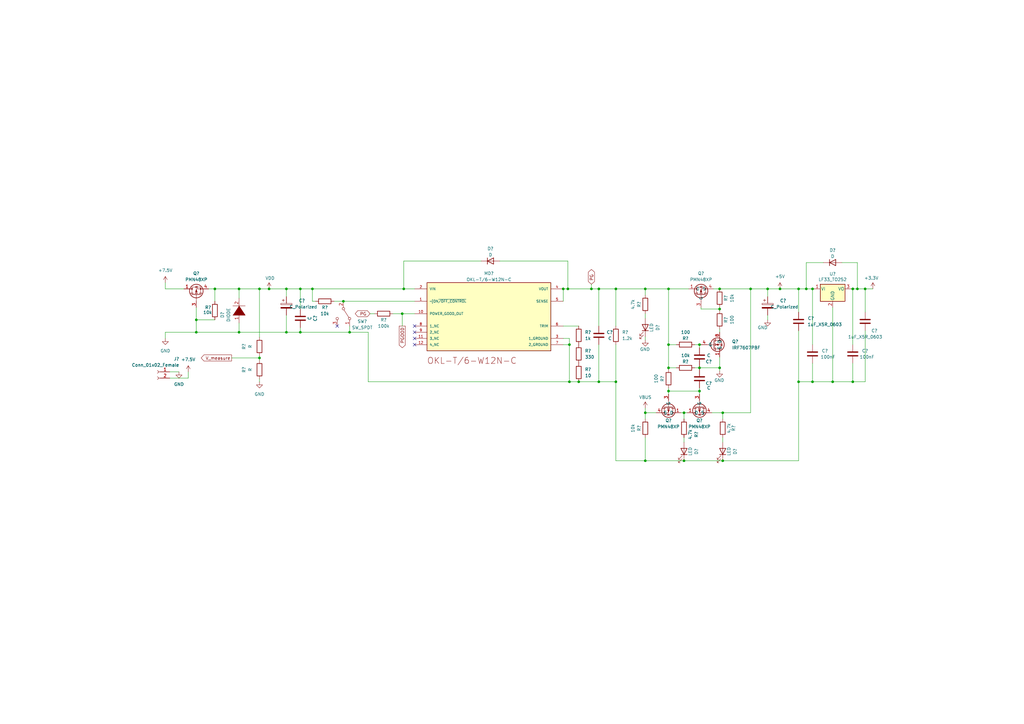
<source format=kicad_sch>
(kicad_sch (version 20211123) (generator eeschema)
  (paper "A3")
  (lib_symbols
    (symbol "+5V_1" (power) (pin_names (offset 0))
      (property "Value" "+5V_1" (at 0 3.556 0))
      (symbol "+5V_1_0_1"
        (polyline (pts (xy -0.762 1.27) (xy 0 2.54)))
        (polyline (pts (xy 0 0) (xy 0 2.54)))
        (polyline (pts (xy 0 2.54) (xy 0.762 1.27)))
      )
      (symbol "+5V_1_1_1"
        (pin power_in line (at 0 0 90) (length 0) hide (name "+5V") (number "1"))
      )
    )
    (symbol "+7.5V_1" (power) (pin_names (offset 0))
      (property "Value" "+7.5V_1" (at 0 3.556 0))
      (symbol "+7.5V_1_0_1"
        (polyline (pts (xy -0.762 1.27) (xy 0 2.54)))
        (polyline (pts (xy 0 0) (xy 0 2.54)))
        (polyline (pts (xy 0 2.54) (xy 0.762 1.27)))
      )
      (symbol "+7.5V_1_1_1"
        (pin power_in line (at 0 0 90) (length 0) hide (name "+7.5V") (number "1"))
      )
    )
    (symbol "Connector:Conn_01x02_Female" (pin_names (offset 1.016) hide)
      (property "Reference" "J" (at 0 2.54 0))
      (property "Value" "Conn_01x02_Female" (at 0 -5.08 0))
      (symbol "Conn_01x02_Female_1_1"
        (arc (start 0 -2.032) (mid -0.508 -2.54) (end 0 -3.048) (stroke (width 0.1524)))
        (polyline (pts (xy -1.27 -2.54) (xy -0.508 -2.54)) (stroke (width 0.1524)))
        (polyline (pts (xy -1.27 0) (xy -0.508 0)) (stroke (width 0.1524)))
        (arc (start 0 0.508) (mid -0.508 0) (end 0 -0.508) (stroke (width 0.1524)))
        (pin passive line (at -5.08 0 0) (length 3.81) (name "Pin_1") (number "1"))
        (pin passive line (at -5.08 -2.54 0) (length 3.81) (name "Pin_2") (number "2"))
      )
    )
    (symbol "D_1" (pin_numbers hide) (pin_names (offset 1.016) hide)
      (property "Reference" "D" (at 0 2.54 0))
      (property "Value" "D_1" (at 0 -2.54 0))
      (symbol "D_1_0_1"
        (polyline (pts (xy -1.27 1.27) (xy -1.27 -1.27)) (stroke (width 0.254)))
        (polyline (pts (xy 1.27 0) (xy -1.27 0)))
        (polyline (pts (xy 1.27 1.27) (xy 1.27 -1.27) (xy -1.27 0) (xy 1.27 1.27)) (stroke (width 0.254)))
      )
      (symbol "D_1_1_1"
        (pin passive line (at -3.81 0 0) (length 2.54) (name "K") (number "1"))
        (pin passive line (at 3.81 0 180) (length 2.54) (name "A") (number "2"))
      )
    )
    (symbol "Device:C" (pin_numbers hide) (pin_names (offset 0.254))
      (property "Reference" "C" (at 0.635 2.54 0))
      (property "Value" "C" (at 0.635 -2.54 0))
      (symbol "C_0_1"
        (polyline (pts (xy -2.032 -0.762) (xy 2.032 -0.762)) (stroke (width 0.508)))
        (polyline (pts (xy -2.032 0.762) (xy 2.032 0.762)) (stroke (width 0.508)))
      )
      (symbol "C_1_1"
        (pin passive line (at 0 3.81 270) (length 2.794) (name "~") (number "1"))
        (pin passive line (at 0 -3.81 90) (length 2.794) (name "~") (number "2"))
      )
    )
    (symbol "Device:C_Polarized" (pin_numbers hide) (pin_names (offset 0.254))
      (property "Reference" "C" (at 0.635 2.54 0))
      (property "Value" "C_Polarized" (at 0.635 -2.54 0))
      (symbol "C_Polarized_0_1"
        (rectangle (start -2.286 0.508) (end 2.286 1.016))
        (polyline (pts (xy -1.778 2.286) (xy -0.762 2.286)))
        (polyline (pts (xy -1.27 2.794) (xy -1.27 1.778)))
        (rectangle (start 2.286 -0.508) (end -2.286 -1.016) (fill (type outline)))
      )
      (symbol "C_Polarized_1_1"
        (pin passive line (at 0 3.81 270) (length 2.794) (name "~") (number "1"))
        (pin passive line (at 0 -3.81 90) (length 2.794) (name "~") (number "2"))
      )
    )
    (symbol "Device:LED" (pin_numbers hide) (pin_names (offset 1.016) hide)
      (property "Reference" "D" (at 0 2.54 0))
      (property "Value" "LED" (at 0 -2.54 0))
      (symbol "LED_0_1"
        (polyline (pts (xy -1.27 -1.27) (xy -1.27 1.27)) (stroke (width 0.254)))
        (polyline (pts (xy -1.27 0) (xy 1.27 0)))
        (polyline (pts (xy 1.27 -1.27) (xy 1.27 1.27) (xy -1.27 0) (xy 1.27 -1.27)) (stroke (width 0.254)))
        (polyline (pts (xy -3.048 -0.762) (xy -4.572 -2.286) (xy -3.81 -2.286) (xy -4.572 -2.286) (xy -4.572 -1.524)))
        (polyline (pts (xy -1.778 -0.762) (xy -3.302 -2.286) (xy -2.54 -2.286) (xy -3.302 -2.286) (xy -3.302 -1.524)))
      )
      (symbol "LED_1_1"
        (pin passive line (at -3.81 0 0) (length 2.54) (name "K") (number "1"))
        (pin passive line (at 3.81 0 180) (length 2.54) (name "A") (number "2"))
      )
    )
    (symbol "Device:R" (pin_numbers hide) (pin_names (offset 0))
      (property "Reference" "R" (at 2.032 0 90))
      (property "Value" "R" (at 0 0 90))
      (symbol "R_0_1"
        (rectangle (start -1.016 -2.54) (end 1.016 2.54) (stroke (width 0.254)))
      )
      (symbol "R_1_1"
        (pin passive line (at 0 3.81 270) (length 1.27) (name "~") (number "1"))
        (pin passive line (at 0 -3.81 90) (length 1.27) (name "~") (number "2"))
      )
    )
    (symbol "GND_1" (power) (pin_names (offset 0))
      (property "Value" "GND_1" (at 0 -3.81 0))
      (symbol "GND_1_0_1"
        (polyline (pts (xy 0 0) (xy 0 -1.27) (xy 1.27 -1.27) (xy 0 -2.54) (xy -1.27 -1.27) (xy 0 -1.27)))
      )
      (symbol "GND_1_1_1"
        (pin power_in line (at 0 0 270) (length 0) hide (name "GND") (number "1"))
      )
    )
    (symbol "GND_2" (power) (pin_names (offset 0))
      (property "Value" "GND_2" (at 0 -3.81 0))
      (symbol "GND_2_0_1"
        (polyline (pts (xy 0 0) (xy 0 -1.27) (xy 1.27 -1.27) (xy 0 -2.54) (xy -1.27 -1.27) (xy 0 -1.27)))
      )
      (symbol "GND_2_1_1"
        (pin power_in line (at 0 0 270) (length 0) hide (name "GND") (number "1"))
      )
    )
    (symbol "GND_3" (power) (pin_names (offset 0))
      (property "Value" "GND_3" (at 0 -3.81 0))
      (symbol "GND_3_0_1"
        (polyline (pts (xy 0 0) (xy 0 -1.27) (xy 1.27 -1.27) (xy 0 -2.54) (xy -1.27 -1.27) (xy 0 -1.27)))
      )
      (symbol "GND_3_1_1"
        (pin power_in line (at 0 0 270) (length 0) hide (name "GND") (number "1"))
      )
    )
    (symbol "OKL-T_6-W12N-C:OKL-T{slash}6-W12N-C" (pin_names (offset 1.016))
      (property "Reference" "MD" (at 2.54 -2.54 0))
      (property "Value" "OKL-T{slash}6-W12N-C" (at 0 0 0))
      (symbol "OKL-T{slash}6-W12N-C_0_0"
        (rectangle (start 2.54 -33.02) (end 53.34 -5.08) (stroke (width 0.254)) (fill (type background)))
        (text "OKL-T/6-W12N-C" (at 2.54 -35.56 0) (effects (font (size 2.54 2.54)) (justify left top)))
        (pin bidirectional line (at -2.54 -12.7 0) (length 5.08) (name "~{ON~{/OFF_CONTROL}") (number "1"))
        (pin open_collector line (at -2.54 -17.78 0) (length 5.08) (name "POWER_GOOD_OUT") (number "10"))
        (pin passive line (at -2.54 -27.94 0) (length 5.08) (name "3_NC") (number "11"))
        (pin passive line (at -2.54 -30.48 0) (length 5.08) (name "4_NC") (number "12"))
        (pin bidirectional line (at -2.54 -7.62 0) (length 5.08) (name "VIN") (number "2"))
        (pin power_in line (at 58.42 -27.94 180) (length 5.08) (name "1_GROUND") (number "3"))
        (pin bidirectional line (at 58.42 -7.62 180) (length 5.08) (name "VOUT") (number "4"))
        (pin passive line (at 58.42 -12.7 180) (length 5.08) (name "SENSE") (number "5"))
        (pin passive line (at 58.42 -22.86 180) (length 5.08) (name "TRIM") (number "6"))
        (pin power_in line (at 58.42 -30.48 180) (length 5.08) (name "2_GROUND") (number "7"))
        (pin passive line (at -2.54 -22.86 0) (length 5.08) (name "1_NC") (number "8"))
        (pin passive line (at -2.54 -25.4 0) (length 5.08) (name "2_NC") (number "9"))
      )
    )
    (symbol "PMN48XP_1"
      (property "Reference" "Q" (at 5.08 2.54 0))
      (property "Value" "PMN48XP_1" (at 5.08 0 0))
      (symbol "PMN48XP_1_0_1"
        (polyline (pts (xy 0.254 0) (xy -2.54 0)))
        (polyline (pts (xy 0.254 1.905) (xy 0.254 -1.905)) (stroke (width 0.254)))
        (polyline (pts (xy 0.762 -1.27) (xy 0.762 -2.286)) (stroke (width 0.254)))
        (polyline (pts (xy 0.762 0.508) (xy 0.762 -0.508)) (stroke (width 0.254)))
        (polyline (pts (xy 0.762 2.286) (xy 0.762 1.27)) (stroke (width 0.254)))
        (polyline (pts (xy 2.54 2.54) (xy 2.54 1.778)))
        (polyline (pts (xy 2.54 -2.54) (xy 2.54 0) (xy 0.762 0)))
        (polyline (pts (xy 0.762 1.778) (xy 3.302 1.778) (xy 3.302 -1.778) (xy 0.762 -1.778)))
        (polyline (pts (xy 2.286 0) (xy 1.27 0.381) (xy 1.27 -0.381) (xy 2.286 0)) (fill (type outline)))
        (polyline (pts (xy 2.794 -0.508) (xy 2.921 -0.381) (xy 3.683 -0.381) (xy 3.81 -0.254)))
        (polyline (pts (xy 3.302 -0.381) (xy 2.921 0.254) (xy 3.683 0.254) (xy 3.302 -0.381)))
        (circle (center 1.651 0) (radius 2.794) (stroke (width 0.254)))
        (circle (center 2.54 -1.778) (radius 0.254) (fill (type outline)))
        (circle (center 2.54 1.778) (radius 0.254) (fill (type outline)))
      )
      (symbol "PMN48XP_1_1_1"
        (pin passive line (at 2.54 5.08 270) (length 2.54) (name "D") (number "1"))
        (pin passive line (at 2.54 5.08 270) (length 2.54) hide (name "D") (number "2"))
        (pin passive line (at -5.08 0 0) (length 2.54) (name "G") (number "3"))
        (pin passive line (at 2.54 -5.08 90) (length 2.54) (name "S") (number "4"))
        (pin passive line (at 2.54 5.08 270) (length 2.54) hide (name "D") (number "5"))
        (pin passive line (at 2.54 5.08 270) (length 2.54) hide (name "D") (number "6"))
      )
    )
    (symbol "Regulator_Linear:LF33_TO252" (pin_names (offset 0.254))
      (property "Reference" "U" (at -3.81 3.175 0))
      (property "Value" "LF33_TO252" (at 0 3.175 0))
      (symbol "LF33_TO252_0_1"
        (rectangle (start -5.08 1.905) (end 5.08 -5.08) (stroke (width 0.254)) (fill (type background)))
      )
      (symbol "LF33_TO252_1_1"
        (pin power_in line (at -7.62 0 0) (length 2.54) (name "VI") (number "1"))
        (pin power_in line (at 0 -7.62 90) (length 2.54) (name "GND") (number "2"))
        (pin power_out line (at 7.62 0 180) (length 2.54) (name "VO") (number "3"))
      )
    )
    (symbol "Switch:SW_SPDT" (pin_names (offset 0) hide)
      (property "Reference" "SW" (at 0 4.318 0))
      (property "Value" "SW_SPDT" (at 0 -5.08 0))
      (symbol "SW_SPDT_0_0"
        (circle (center -2.032 0) (radius 0.508))
        (circle (center 2.032 -2.54) (radius 0.508))
      )
      (symbol "SW_SPDT_0_1"
        (polyline (pts (xy -1.524 0.254) (xy 1.651 2.286)))
        (circle (center 2.032 2.54) (radius 0.508))
      )
      (symbol "SW_SPDT_1_1"
        (pin passive line (at 5.08 2.54 180) (length 2.54) (name "A") (number "1"))
        (pin passive line (at -5.08 0 0) (length 2.54) (name "B") (number "2"))
        (pin passive line (at 5.08 -2.54 180) (length 2.54) (name "C") (number "3"))
      )
    )
    (symbol "Transistor_FET:IRF7607PBF"
      (property "Reference" "Q" (at 5.08 1.905 0))
      (property "Value" "IRF7607PBF" (at 5.08 0 0))
      (symbol "IRF7607PBF_0_1"
        (polyline (pts (xy 0.254 0) (xy -2.54 0)))
        (polyline (pts (xy 0.254 1.905) (xy 0.254 -1.905)) (stroke (width 0.254)))
        (polyline (pts (xy 0.762 -1.27) (xy 0.762 -2.286)) (stroke (width 0.254)))
        (polyline (pts (xy 0.762 0.508) (xy 0.762 -0.508)) (stroke (width 0.254)))
        (polyline (pts (xy 0.762 2.286) (xy 0.762 1.27)) (stroke (width 0.254)))
        (polyline (pts (xy 2.54 2.54) (xy 2.54 1.778)))
        (polyline (pts (xy 2.54 -2.54) (xy 2.54 0) (xy 0.762 0)))
        (polyline (pts (xy 0.762 -1.778) (xy 3.302 -1.778) (xy 3.302 1.778) (xy 0.762 1.778)))
        (polyline (pts (xy 1.016 0) (xy 2.032 0.381) (xy 2.032 -0.381) (xy 1.016 0)) (fill (type outline)))
        (polyline (pts (xy 2.794 0.508) (xy 2.921 0.381) (xy 3.683 0.381) (xy 3.81 0.254)))
        (polyline (pts (xy 3.302 0.381) (xy 2.921 -0.254) (xy 3.683 -0.254) (xy 3.302 0.381)))
        (circle (center 1.651 0) (radius 2.794) (stroke (width 0.254)))
        (circle (center 2.54 -1.778) (radius 0.254) (fill (type outline)))
        (circle (center 2.54 1.778) (radius 0.254) (fill (type outline)))
      )
      (symbol "IRF7607PBF_1_1"
        (pin passive line (at 2.54 5.08 270) (length 2.54) (name "S") (number "1"))
        (pin passive line (at 2.54 5.08 270) (length 2.54) hide (name "S") (number "2"))
        (pin passive line (at 2.54 5.08 270) (length 2.54) hide (name "S") (number "3"))
        (pin passive line (at -5.08 0 0) (length 2.54) (name "G") (number "4"))
        (pin passive line (at 2.54 -5.08 90) (length 2.54) hide (name "D") (number "5"))
        (pin passive line (at 2.54 -5.08 90) (length 2.54) hide (name "D") (number "6"))
        (pin passive line (at 2.54 -5.08 90) (length 2.54) hide (name "D") (number "7"))
        (pin passive line (at 2.54 -5.08 90) (length 2.54) (name "D") (number "8"))
      )
    )
    (symbol "Transistor_FET:PMN48XP" (pin_names hide)
      (property "Reference" "Q" (at 5.08 2.54 0))
      (property "Value" "PMN48XP" (at 5.08 0 0))
      (symbol "PMN48XP_0_1"
        (polyline (pts (xy 0.254 0) (xy -2.54 0)))
        (polyline (pts (xy 0.254 1.905) (xy 0.254 -1.905)) (stroke (width 0.254)))
        (polyline (pts (xy 0.762 -1.27) (xy 0.762 -2.286)) (stroke (width 0.254)))
        (polyline (pts (xy 0.762 0.508) (xy 0.762 -0.508)) (stroke (width 0.254)))
        (polyline (pts (xy 0.762 2.286) (xy 0.762 1.27)) (stroke (width 0.254)))
        (polyline (pts (xy 2.54 2.54) (xy 2.54 1.778)))
        (polyline (pts (xy 2.54 -2.54) (xy 2.54 0) (xy 0.762 0)))
        (polyline (pts (xy 0.762 1.778) (xy 3.302 1.778) (xy 3.302 -1.778) (xy 0.762 -1.778)))
        (polyline (pts (xy 2.286 0) (xy 1.27 0.381) (xy 1.27 -0.381) (xy 2.286 0)) (fill (type outline)))
        (polyline (pts (xy 2.794 -0.508) (xy 2.921 -0.381) (xy 3.683 -0.381) (xy 3.81 -0.254)))
        (polyline (pts (xy 3.302 -0.381) (xy 2.921 0.254) (xy 3.683 0.254) (xy 3.302 -0.381)))
        (circle (center 1.651 0) (radius 2.794) (stroke (width 0.254)))
        (circle (center 2.54 -1.778) (radius 0.254) (fill (type outline)))
        (circle (center 2.54 1.778) (radius 0.254) (fill (type outline)))
      )
      (symbol "PMN48XP_1_1"
        (pin passive line (at 2.54 5.08 270) (length 2.54) (name "D") (number "1"))
        (pin passive line (at 2.54 5.08 270) (length 2.54) hide (name "D") (number "2"))
        (pin passive line (at -5.08 0 0) (length 2.54) (name "G") (number "3"))
        (pin passive line (at 2.54 -5.08 90) (length 2.54) (name "S") (number "4"))
        (pin passive line (at 2.54 5.08 270) (length 2.54) hide (name "D") (number "5"))
        (pin passive line (at 2.54 5.08 270) (length 2.54) hide (name "D") (number "6"))
      )
    )
    (symbol "power:+3.3V" (power) (pin_names (offset 0))
      (property "Value" "+3.3V" (at 0 3.556 0))
      (symbol "+3.3V_0_1"
        (polyline (pts (xy -0.762 1.27) (xy 0 2.54)))
        (polyline (pts (xy 0 0) (xy 0 2.54)))
        (polyline (pts (xy 0 2.54) (xy 0.762 1.27)))
      )
      (symbol "+3.3V_1_1"
        (pin power_in line (at 0 0 90) (length 0) hide (name "+3.3V") (number "1"))
      )
    )
    (symbol "power:+7.5V" (power) (pin_names (offset 0))
      (property "Value" "+7.5V" (at 0 3.556 0))
      (symbol "+7.5V_0_1"
        (polyline (pts (xy -0.762 1.27) (xy 0 2.54)))
        (polyline (pts (xy 0 0) (xy 0 2.54)))
        (polyline (pts (xy 0 2.54) (xy 0.762 1.27)))
      )
      (symbol "+7.5V_1_1"
        (pin power_in line (at 0 0 90) (length 0) hide (name "+7.5V") (number "1"))
      )
    )
    (symbol "power:VBUS" (power) (pin_names (offset 0))
      (property "Value" "VBUS" (at 0 3.81 0))
      (symbol "VBUS_0_1"
        (polyline (pts (xy -0.762 1.27) (xy 0 2.54)))
        (polyline (pts (xy 0 0) (xy 0 2.54)))
        (polyline (pts (xy 0 2.54) (xy 0.762 1.27)))
      )
      (symbol "VBUS_1_1"
        (pin power_in line (at 0 0 90) (length 0) hide (name "VBUS") (number "1"))
      )
    )
    (symbol "power:VDD" (power) (pin_names (offset 0))
      (property "Value" "VDD" (at 0 3.81 0))
      (symbol "VDD_0_1"
        (polyline (pts (xy -0.762 1.27) (xy 0 2.54)))
        (polyline (pts (xy 0 0) (xy 0 2.54)))
        (polyline (pts (xy 0 2.54) (xy 0.762 1.27)))
      )
      (symbol "VDD_1_1"
        (pin power_in line (at 0 0 90) (length 0) hide (name "VDD") (number "1"))
      )
    )
    (symbol "pspice:DIODE" (pin_names (offset 1.016) hide)
      (property "Reference" "D" (at 0 3.81 0))
      (property "Value" "DIODE" (at 0 -4.445 0))
      (symbol "DIODE_0_1"
        (polyline (pts (xy 1.905 2.54) (xy 1.905 -2.54)))
        (polyline (pts (xy -1.905 2.54) (xy -1.905 -2.54) (xy 1.905 0)) (fill (type outline)))
      )
      (symbol "DIODE_1_1"
        (pin input line (at -5.08 0 0) (length 3.81) (name "K") (number "1"))
        (pin input line (at 5.08 0 180) (length 3.81) (name "A") (number "2"))
      )
    )
  )
  (junction (at 333.248 118.491))
  (junction (at 286.893 141.351))
  (junction (at 110.363 118.491))
  (junction (at 319.913 118.491))
  (junction (at 264.668 118.491))
  (junction (at 242.57 118.491))
  (junction (at 264.668 188.976))
  (junction (at 274.193 150.876))
  (junction (at 106.426 146.812))
  (junction (at 354.838 118.491))
  (junction (at 333.248 156.591))
  (junction (at 88.138 118.491))
  (junction (at 80.518 131.191))
  (junction (at 286.893 160.401))
  (junction (at 245.618 156.591))
  (junction (at 280.543 169.291))
  (junction (at 245.618 118.491))
  (junction (at 274.193 118.491))
  (junction (at 117.475 118.491))
  (junction (at 296.418 169.291))
  (junction (at 165.608 118.491))
  (junction (at 123.19 118.491))
  (junction (at 351.663 118.491))
  (junction (at 274.193 160.401))
  (junction (at 295.148 118.491))
  (junction (at 307.848 118.491))
  (junction (at 327.533 156.591))
  (junction (at 349.758 156.591))
  (junction (at 286.893 150.876))
  (junction (at 80.518 136.271))
  (junction (at 314.833 118.491))
  (junction (at 264.668 169.291))
  (junction (at 252.603 156.591))
  (junction (at 123.19 136.271))
  (junction (at 274.193 141.351))
  (junction (at 327.533 118.491))
  (junction (at 233.553 156.591))
  (junction (at 295.148 126.746))
  (junction (at 252.603 118.491))
  (junction (at 164.973 128.651))
  (junction (at 98.044 118.491))
  (junction (at 128.143 118.491))
  (junction (at 140.843 123.571))
  (junction (at 143.383 136.271))
  (junction (at 296.418 188.976))
  (junction (at 98.044 136.271))
  (junction (at 237.363 156.591))
  (junction (at 233.553 141.351))
  (junction (at 280.543 188.976))
  (junction (at 117.475 136.271))
  (junction (at 330.708 118.491))
  (junction (at 341.503 156.591))
  (junction (at 232.918 118.491))
  (junction (at 106.426 118.491))
  (junction (at 295.148 150.876))
  (junction (at 349.758 118.491))
  (junction (at 231.013 118.491))
  (no_connect (at 170.053 136.271))
  (no_connect (at 170.053 133.731))
  (no_connect (at 170.053 141.351))
  (no_connect (at 138.303 133.731))
  (no_connect (at 170.053 138.811))
  (wire (pts (xy 296.418 169.291) (xy 296.418 171.831)))
  (wire (pts (xy 349.758 148.971) (xy 349.758 156.591)))
  (wire (pts (xy 327.533 135.636) (xy 327.533 156.591)))
  (wire (pts (xy 295.148 126.111) (xy 295.148 126.746)))
  (wire (pts (xy 106.426 118.491) (xy 110.363 118.491)))
  (wire (pts (xy 128.143 118.491) (xy 165.608 118.491)))
  (wire (pts (xy 314.833 129.286) (xy 314.833 131.191)))
  (wire (pts (xy 73.406 152.527) (xy 69.596 152.527)))
  (wire (pts (xy 327.533 118.491) (xy 330.708 118.491)))
  (wire (pts (xy 274.193 160.401) (xy 274.193 161.671)))
  (wire (pts (xy 264.668 167.386) (xy 264.668 169.291)))
  (wire (pts (xy 117.475 136.271) (xy 123.19 136.271)))
  (wire (pts (xy 264.668 118.491) (xy 274.193 118.491)))
  (wire (pts (xy 151.765 128.651) (xy 153.543 128.651)))
  (wire (pts (xy 286.893 141.351) (xy 287.528 141.351)))
  (wire (pts (xy 264.668 169.291) (xy 264.668 171.831)))
  (wire (pts (xy 280.543 169.291) (xy 280.543 171.831)))
  (wire (pts (xy 314.833 118.491) (xy 319.913 118.491)))
  (wire (pts (xy 349.758 118.491) (xy 349.758 141.351)))
  (wire (pts (xy 295.148 146.431) (xy 295.148 150.876)))
  (wire (pts (xy 327.533 156.591) (xy 333.248 156.591)))
  (wire (pts (xy 314.833 118.491) (xy 314.833 121.666)))
  (wire (pts (xy 284.988 141.351) (xy 286.893 141.351)))
  (wire (pts (xy 197.358 107.061) (xy 165.608 107.061)))
  (wire (pts (xy 295.148 135.001) (xy 295.148 136.271)))
  (wire (pts (xy 274.193 118.491) (xy 282.448 118.491)))
  (wire (pts (xy 67.818 136.271) (xy 67.818 138.811)))
  (wire (pts (xy 88.138 131.191) (xy 80.518 131.191)))
  (wire (pts (xy 137.033 123.571) (xy 140.843 123.571)))
  (wire (pts (xy 296.418 188.976) (xy 327.533 188.976)))
  (wire (pts (xy 88.138 118.491) (xy 88.138 123.571)))
  (wire (pts (xy 330.708 118.491) (xy 333.248 118.491)))
  (wire (pts (xy 77.216 152.527) (xy 77.216 155.067)))
  (wire (pts (xy 77.216 155.067) (xy 69.596 155.067)))
  (wire (pts (xy 110.363 118.491) (xy 117.475 118.491)))
  (wire (pts (xy 231.013 138.811) (xy 233.553 138.811)))
  (wire (pts (xy 286.893 159.131) (xy 286.893 160.401)))
  (wire (pts (xy 333.248 148.971) (xy 333.248 156.591)))
  (wire (pts (xy 117.475 118.491) (xy 117.475 121.666)))
  (wire (pts (xy 143.383 133.731) (xy 143.383 136.271)))
  (wire (pts (xy 232.918 118.491) (xy 242.57 118.491)))
  (wire (pts (xy 354.838 135.636) (xy 354.838 156.591)))
  (wire (pts (xy 245.618 141.351) (xy 245.618 156.591)))
  (wire (pts (xy 245.618 118.491) (xy 245.618 133.731)))
  (wire (pts (xy 123.19 134.366) (xy 123.19 136.271)))
  (wire (pts (xy 252.603 118.491) (xy 252.603 133.731)))
  (wire (pts (xy 106.426 146.812) (xy 106.426 147.828)))
  (wire (pts (xy 307.848 169.291) (xy 307.848 118.491)))
  (wire (pts (xy 233.553 156.591) (xy 237.363 156.591)))
  (wire (pts (xy 295.148 118.491) (xy 307.848 118.491)))
  (wire (pts (xy 327.533 118.491) (xy 327.533 128.016)))
  (wire (pts (xy 165.608 118.491) (xy 170.053 118.491)))
  (wire (pts (xy 264.668 169.291) (xy 269.113 169.291)))
  (wire (pts (xy 291.973 169.291) (xy 296.418 169.291)))
  (wire (pts (xy 98.044 118.491) (xy 98.044 122.301)))
  (wire (pts (xy 67.818 115.951) (xy 67.818 118.491)))
  (wire (pts (xy 232.918 107.061) (xy 232.918 118.491)))
  (wire (pts (xy 319.913 118.491) (xy 327.533 118.491)))
  (wire (pts (xy 284.988 150.876) (xy 286.893 150.876)))
  (wire (pts (xy 85.598 118.491) (xy 88.138 118.491)))
  (wire (pts (xy 333.248 118.491) (xy 333.883 118.491)))
  (wire (pts (xy 237.363 156.591) (xy 245.618 156.591)))
  (wire (pts (xy 245.618 156.591) (xy 252.603 156.591)))
  (wire (pts (xy 280.543 188.976) (xy 296.418 188.976)))
  (wire (pts (xy 80.518 131.191) (xy 80.518 136.271)))
  (wire (pts (xy 264.668 128.651) (xy 264.668 130.556)))
  (wire (pts (xy 252.603 188.976) (xy 264.668 188.976)))
  (wire (pts (xy 280.543 169.291) (xy 281.813 169.291)))
  (wire (pts (xy 242.57 116.586) (xy 242.57 118.491)))
  (wire (pts (xy 143.383 136.271) (xy 151.003 136.271)))
  (wire (pts (xy 151.003 136.271) (xy 151.003 156.591)))
  (wire (pts (xy 287.528 126.746) (xy 295.148 126.746)))
  (wire (pts (xy 307.848 118.491) (xy 314.833 118.491)))
  (wire (pts (xy 94.996 146.812) (xy 106.426 146.812)))
  (wire (pts (xy 98.044 136.271) (xy 117.475 136.271)))
  (wire (pts (xy 231.013 118.491) (xy 232.918 118.491)))
  (wire (pts (xy 286.893 150.876) (xy 286.893 151.511)))
  (wire (pts (xy 106.426 145.923) (xy 106.426 146.812)))
  (wire (pts (xy 264.668 188.976) (xy 280.543 188.976)))
  (wire (pts (xy 341.503 156.591) (xy 349.758 156.591)))
  (wire (pts (xy 345.313 107.696) (xy 351.663 107.696)))
  (wire (pts (xy 296.418 169.291) (xy 307.848 169.291)))
  (wire (pts (xy 117.475 118.491) (xy 123.19 118.491)))
  (wire (pts (xy 295.148 126.746) (xy 295.148 127.381)))
  (wire (pts (xy 98.044 132.461) (xy 98.044 136.271)))
  (wire (pts (xy 123.19 118.491) (xy 128.143 118.491)))
  (wire (pts (xy 292.608 118.491) (xy 295.148 118.491)))
  (wire (pts (xy 286.893 150.876) (xy 295.148 150.876)))
  (wire (pts (xy 161.163 128.651) (xy 164.973 128.651)))
  (wire (pts (xy 140.843 123.571) (xy 170.053 123.571)))
  (wire (pts (xy 274.193 150.876) (xy 277.368 150.876)))
  (wire (pts (xy 233.553 141.351) (xy 233.553 156.591)))
  (wire (pts (xy 231.013 118.491) (xy 231.013 123.571)))
  (wire (pts (xy 123.19 136.271) (xy 143.383 136.271)))
  (wire (pts (xy 274.193 141.351) (xy 277.368 141.351)))
  (wire (pts (xy 164.973 128.651) (xy 170.053 128.651)))
  (wire (pts (xy 333.248 118.491) (xy 333.248 141.351)))
  (wire (pts (xy 274.193 118.491) (xy 274.193 141.351)))
  (wire (pts (xy 354.838 118.491) (xy 354.838 128.016)))
  (wire (pts (xy 274.193 160.401) (xy 286.893 160.401)))
  (wire (pts (xy 327.533 156.591) (xy 327.533 188.976)))
  (wire (pts (xy 274.193 159.131) (xy 274.193 160.401)))
  (wire (pts (xy 80.518 126.111) (xy 80.518 131.191)))
  (wire (pts (xy 231.013 141.351) (xy 233.553 141.351)))
  (wire (pts (xy 252.603 156.591) (xy 252.603 188.976)))
  (wire (pts (xy 67.818 136.271) (xy 80.518 136.271)))
  (wire (pts (xy 280.543 179.451) (xy 280.543 181.356)))
  (wire (pts (xy 351.663 107.696) (xy 351.663 118.491)))
  (wire (pts (xy 204.978 107.061) (xy 232.918 107.061)))
  (wire (pts (xy 165.608 107.061) (xy 165.608 118.491)))
  (wire (pts (xy 128.143 123.571) (xy 128.143 118.491)))
  (wire (pts (xy 264.668 118.491) (xy 264.668 121.031)))
  (wire (pts (xy 67.818 118.491) (xy 75.438 118.491)))
  (wire (pts (xy 164.973 128.651) (xy 164.973 133.731)))
  (wire (pts (xy 151.003 156.591) (xy 233.553 156.591)))
  (wire (pts (xy 274.193 150.876) (xy 274.193 151.511)))
  (wire (pts (xy 333.248 156.591) (xy 341.503 156.591)))
  (wire (pts (xy 349.758 118.491) (xy 351.663 118.491)))
  (wire (pts (xy 286.893 150.876) (xy 286.893 150.241)))
  (wire (pts (xy 117.475 129.286) (xy 117.475 136.271)))
  (wire (pts (xy 264.668 138.176) (xy 264.668 139.446)))
  (wire (pts (xy 88.138 118.491) (xy 98.044 118.491)))
  (wire (pts (xy 354.838 118.491) (xy 358.013 118.491)))
  (wire (pts (xy 252.603 141.351) (xy 252.603 156.591)))
  (wire (pts (xy 296.418 179.451) (xy 296.418 181.356)))
  (wire (pts (xy 351.663 118.491) (xy 354.838 118.491)))
  (wire (pts (xy 349.123 118.491) (xy 349.758 118.491)))
  (wire (pts (xy 106.426 138.303) (xy 106.426 118.491)))
  (wire (pts (xy 123.19 126.746) (xy 123.19 118.491)))
  (wire (pts (xy 245.618 118.491) (xy 252.603 118.491)))
  (wire (pts (xy 233.553 138.811) (xy 233.553 141.351)))
  (wire (pts (xy 295.148 150.876) (xy 295.148 152.146)))
  (wire (pts (xy 330.708 107.696) (xy 330.708 118.491)))
  (wire (pts (xy 242.57 118.491) (xy 245.618 118.491)))
  (wire (pts (xy 80.518 136.271) (xy 98.044 136.271)))
  (wire (pts (xy 129.413 123.571) (xy 128.143 123.571)))
  (wire (pts (xy 341.503 126.111) (xy 341.503 156.591)))
  (wire (pts (xy 231.013 133.731) (xy 237.363 133.731)))
  (wire (pts (xy 106.426 155.448) (xy 106.426 156.591)))
  (wire (pts (xy 264.668 179.451) (xy 264.668 188.976)))
  (wire (pts (xy 274.193 141.351) (xy 274.193 150.876)))
  (wire (pts (xy 98.044 118.491) (xy 106.426 118.491)))
  (wire (pts (xy 287.528 126.111) (xy 287.528 126.746)))
  (wire (pts (xy 279.273 169.291) (xy 280.543 169.291)))
  (wire (pts (xy 286.893 141.351) (xy 286.893 142.621)))
  (wire (pts (xy 349.758 156.591) (xy 354.838 156.591)))
  (wire (pts (xy 337.693 107.696) (xy 330.708 107.696)))
  (wire (pts (xy 286.893 160.401) (xy 286.893 161.671)))
  (wire (pts (xy 252.603 118.491) (xy 264.668 118.491)))
  (global_label "PG" (shape bidirectional) (at 151.765 128.651 180) (property "Intersheet References" "${INTERSHEET_REFS}" (effects hide)))
  (global_label "PGOOD" (shape output) (at 164.973 133.731 270) (property "Intersheet References" "${INTERSHEET_REFS}" (effects hide)))
  (global_label "V_measure" (shape output) (at 94.996 146.812 180) (property "Intersheet References" "${INTERSHEET_REFS}" (effects hide)))
  (global_label "PG" (shape bidirectional) (at 242.57 116.586 90) (property "Intersheet References" "${INTERSHEET_REFS}" (effects hide)))
  (symbol (lib_name "PMN48XP_1") (lib_id "Transistor_FET:PMN48XP") (at 286.893 166.751 90) (mirror x) (unit 1)
    (property "Reference" "Q?" (at 286.893 172.466 90))
    (property "Value" "PMN48XP" (at 286.893 175.006 90))
    (property "Footprint" "Package_SO:TSOP-6_1.65x3.05mm_P0.95mm" (effects hide))
    (property "Datasheet" "https://assets.nexperia.com/documents/data-sheet/PMN48XP.pdf" (effects hide))
  )
  (symbol (lib_id "power:VBUS") (at 264.668 167.386 0) (unit 1)
    (property "Reference" "#PWR?" (effects hide))
    (property "Value" "VBUS" (at 264.668 162.941 0))
  )
  (symbol (lib_id "Device:R") (at 106.426 151.638 0) (mirror y) (unit 1)
    (property "Reference" "R?" (at 100.076 151.638 90))
    (property "Value" "R" (at 102.616 151.638 90))
    (property "Footprint" "Resistor_SMD:R_0603_1608Metric_Pad0.98x0.95mm_HandSolder" (effects hide))
  )
  (symbol (lib_id "Device:R") (at 295.148 131.191 180) (unit 1)
    (property "Reference" "R?" (at 297.688 131.191 90))
    (property "Value" "100" (at 300.228 131.191 90))
    (property "Footprint" "Resistor_SMD:R_0603_1608Metric_Pad0.98x0.95mm_HandSolder" (effects hide))
  )
  (symbol (lib_id "Device:R") (at 106.426 142.113 0) (mirror y) (unit 1)
    (property "Reference" "R?" (at 100.076 142.113 90))
    (property "Value" "R" (at 102.616 142.113 90))
    (property "Footprint" "Resistor_SMD:R_0603_1608Metric_Pad0.98x0.95mm_HandSolder" (effects hide))
  )
  (symbol (lib_id "Device:C_Polarized") (at 314.833 125.476 0) (unit 1)
    (property "Reference" "C?" (at 319.913 123.3169 0) (effects (justify left)))
    (property "Value" "C_Polarized" (at 316.103 125.8569 0) (effects (justify left)))
  )
  (symbol (lib_id "Device:R") (at 296.418 175.641 0) (unit 1)
    (property "Reference" "R?" (at 300.863 175.641 90))
    (property "Value" "4.7k" (at 298.958 175.641 90))
    (property "Footprint" "Resistor_SMD:R_0603_1608Metric_Pad0.98x0.95mm_HandSolder" (effects hide))
  )
  (symbol (lib_id "Device:R") (at 133.223 123.571 90) (unit 1)
    (property "Reference" "R?" (at 133.223 126.111 90))
    (property "Value" "10k" (at 133.223 128.651 90))
    (property "Footprint" "Resistor_SMD:R_0603_1608Metric_Pad0.98x0.95mm_HandSolder" (effects hide))
  )
  (symbol (lib_name "GND_2") (lib_id "power:GND") (at 314.833 131.191 0) (unit 1)
    (property "Reference" "#PWR?" (effects hide))
    (property "Value" "GND" (at 314.8331 134.366 0) (effects (justify right)))
  )
  (symbol (lib_id "Regulator_Linear:LF33_TO252") (at 341.503 118.491 0) (unit 1)
    (property "Reference" "U?" (at 341.503 112.3442 0))
    (property "Value" "LF33_TO252" (at 341.503 114.6556 0))
    (property "Footprint" "VX078-500:VX078-500" (effects hide))
    (property "Datasheet" "http://www.st.com/content/ccc/resource/technical/document/datasheet/c4/0e/7e/2a/be/bc/4c/bd/CD00000546.pdf/files/CD00000546.pdf/jcr:content/translations/en.CD00000546.pdf" (effects hide))
  )
  (symbol (lib_id "Device:C") (at 349.758 145.161 180) (unit 1)
    (property "Reference" "C?" (at 356.108 143.891 0) (effects (justify left)))
    (property "Value" "100nF" (at 358.648 146.431 0) (effects (justify left)))
    (property "Footprint" "Capacitor_SMD:C_0603_1608Metric_Pad1.08x0.95mm_HandSolder" (effects hide))
  )
  (symbol (lib_name "+7.5V_1") (lib_id "power:+7.5V") (at 67.818 115.951 0) (unit 1)
    (property "Reference" "#PWR?" (effects hide))
    (property "Value" "+7.5V" (at 67.818 110.871 0))
  )
  (symbol (lib_name "GND_3") (lib_id "power:GND") (at 73.406 152.527 0) (mirror y) (unit 1)
    (property "Reference" "#PWR?" (effects hide))
    (property "Value" "GND" (at 73.406 157.607 0))
  )
  (symbol (lib_id "Device:R") (at 157.353 128.651 90) (unit 1)
    (property "Reference" "R?" (at 157.353 131.191 90))
    (property "Value" "100k" (at 157.353 133.731 90))
    (property "Footprint" "Resistor_SMD:R_0603_1608Metric_Pad0.98x0.95mm_HandSolder" (effects hide))
  )
  (symbol (lib_id "Device:R") (at 264.668 124.841 0) (unit 1)
    (property "Reference" "R?" (at 262.128 124.841 90))
    (property "Value" "4.7k" (at 259.588 124.841 90))
    (property "Footprint" "Resistor_SMD:R_0603_1608Metric_Pad0.98x0.95mm_HandSolder" (effects hide))
  )
  (symbol (lib_id "Device:C") (at 123.19 130.556 180) (unit 1)
    (property "Reference" "C?" (at 129.286 130.556 90))
    (property "Value" "C" (at 127 130.556 90))
    (property "Footprint" "Ceramic_Capaciter:CAPC3225X270N" (effects hide))
  )
  (symbol (lib_id "Transistor_FET:IRF7607PBF") (at 292.608 141.351 0) (mirror x) (unit 1)
    (property "Reference" "Q?" (at 300.228 140.0809 0) (effects (justify left)))
    (property "Value" "IRF7607PBF" (at 300.228 142.6209 0) (effects (justify left)))
    (property "Footprint" "Package_SO:MSOP-8_3x3mm_P0.65mm" (effects hide))
    (property "Datasheet" "http://www.irf.com/product-info/datasheets/data/irf7607pbf.pdf" (effects hide))
  )
  (symbol (lib_id "Device:R") (at 280.543 175.641 0) (unit 1)
    (property "Reference" "R?" (at 285.623 178.181 90))
    (property "Value" "4.7k" (at 283.083 178.181 90))
    (property "Footprint" "Resistor_SMD:R_0603_1608Metric_Pad0.98x0.95mm_HandSolder" (effects hide))
  )
  (symbol (lib_name "GND_2") (lib_id "power:GND") (at 67.818 138.811 0) (unit 1)
    (property "Reference" "#PWR?" (effects hide))
    (property "Value" "GND" (at 67.818 143.891 0))
  )
  (symbol (lib_id "power:VDD") (at 110.363 118.491 0) (unit 1)
    (property "Reference" "#PWR?" (effects hide))
    (property "Value" "VDD" (at 110.744 114.0968 0))
  )
  (symbol (lib_id "Device:C") (at 245.618 137.541 180) (unit 1)
    (property "Reference" "C?" (at 248.793 136.2709 0) (effects (justify right)))
    (property "Value" "C" (at 249.428 138.8109 0) (effects (justify right)))
    (property "Footprint" "Ceramic_Capaciter:CAPC3216X180N" (effects hide))
  )
  (symbol (lib_id "Device:C") (at 333.248 145.161 0) (unit 1)
    (property "Reference" "C?" (at 338.328 143.891 0))
    (property "Value" "100nF" (at 339.598 146.431 0))
    (property "Footprint" "Capacitor_SMD:C_0603_1608Metric_Pad1.08x0.95mm_HandSolder" (effects hide))
  )
  (symbol (lib_name "GND_2") (lib_id "power:GND") (at 295.148 152.146 0) (unit 1)
    (property "Reference" "#PWR?" (effects hide))
    (property "Value" "GND" (at 297.053 155.956 0) (effects (justify right)))
  )
  (symbol (lib_id "Device:LED") (at 264.668 134.366 270) (mirror x) (unit 1)
    (property "Reference" "D?" (at 269.748 134.366 0))
    (property "Value" "LED" (at 267.208 134.366 0))
    (property "Footprint" "LED_SMD:LED_0603_1608Metric_Pad1.05x0.95mm_HandSolder" (effects hide))
  )
  (symbol (lib_name "PMN48XP_1") (lib_id "Transistor_FET:PMN48XP") (at 287.528 121.031 90) (unit 1)
    (property "Reference" "Q?" (at 287.528 112.141 90))
    (property "Value" "PMN48XP" (at 287.528 114.681 90))
    (property "Footprint" "Package_SO:TSOP-6_1.65x3.05mm_P0.95mm" (effects hide))
    (property "Datasheet" "https://assets.nexperia.com/documents/data-sheet/PMN48XP.pdf" (effects hide))
  )
  (symbol (lib_id "Device:R") (at 237.363 145.161 180) (unit 1)
    (property "Reference" "R?" (at 239.903 143.8909 0) (effects (justify right)))
    (property "Value" "330" (at 239.903 146.4309 0) (effects (justify right)))
    (property "Footprint" "Resistor_SMD:R_0603_1608Metric_Pad0.98x0.95mm_HandSolder" (effects hide))
  )
  (symbol (lib_id "Device:C") (at 354.838 131.826 0) (unit 1)
    (property "Reference" "C?" (at 358.648 135.636 0))
    (property "Value" "1uF_X5R_0603" (at 354.838 138.176 0))
    (property "Footprint" "Capacitor_SMD:C_0603_1608Metric_Pad1.08x0.95mm_HandSolder" (effects hide))
  )
  (symbol (lib_name "PMN48XP_1") (lib_id "Transistor_FET:PMN48XP") (at 274.193 166.751 270) (unit 1)
    (property "Reference" "Q?" (at 274.193 172.466 90))
    (property "Value" "PMN48XP" (at 274.193 175.006 90))
    (property "Footprint" "Package_SO:TSOP-6_1.65x3.05mm_P0.95mm" (effects hide))
    (property "Datasheet" "https://assets.nexperia.com/documents/data-sheet/PMN48XP.pdf" (effects hide))
  )
  (symbol (lib_id "Device:R") (at 295.148 122.301 180) (unit 1)
    (property "Reference" "R?" (at 297.688 122.301 90))
    (property "Value" "10k" (at 300.228 122.301 90))
    (property "Footprint" "Resistor_SMD:R_0603_1608Metric_Pad0.98x0.95mm_HandSolder" (effects hide))
  )
  (symbol (lib_id "Device:R") (at 264.668 175.641 0) (unit 1)
    (property "Reference" "R?" (at 262.128 175.641 90))
    (property "Value" "10k" (at 259.588 175.641 90))
    (property "Footprint" "Resistor_SMD:R_0603_1608Metric_Pad0.98x0.95mm_HandSolder" (effects hide))
  )
  (symbol (lib_id "power:+7.5V") (at 77.216 152.527 0) (mirror y) (unit 1)
    (property "Reference" "#PWR?" (effects hide))
    (property "Value" "+7.5V" (at 77.216 147.447 0))
  )
  (symbol (lib_id "OKL-T_6-W12N-C:OKL-T{slash}6-W12N-C") (at 172.593 110.871 0) (unit 1)
    (property "Reference" "MD?" (at 200.533 112.141 0))
    (property "Value" "OKL-T/6-W12N-C" (at 200.533 114.681 0))
    (property "Footprint" "DCDC_Regulator:MURATA_OKL-T-6-W12N-C_0" (effects hide))
    (property "DEVICE_CLASS_L1" "Integrated Circuits (ICs)" (effects hide))
    (property "DATASHEET" "https://www.murata.com/en-us/products/productdetail.aspx?partno=OKL-T/6-W12N-C" (effects hide))
    (property "DEVICE_CLASS_L3" "Voltage Regulators - Switching" (effects hide))
    (property "DEVICE_CLASS_L2" "Power Management ICs" (effects hide))
    (property "MF" "Murata" (effects hide))
    (property "ROHS" "Yes" (effects hide))
    (property "OUTPUT_TYPE" "AdjustableProgrammable" (effects hide))
    (property "AUTOMOTIVE" "No" (effects hide))
    (property "SWITCHING_TOPOLOGY" "Buck" (effects hide))
    (property "NUMBER_OF_OUTPUTS" "1" (effects hide))
    (property "OUTPUT_VOLTAGE" "0.591-5.5V" (effects hide))
    (property "CENTROID_NOT_SPECIFIED" "No" (effects hide))
    (property "FOOTPRINT_VARIANT_NAME_0" "Recommended_Land_Pattern" (effects hide))
    (property "MOUSER_PART_NUMBER" "580-OKL-T/6-W12N-C" (effects hide))
    (property "VERIFICATION_VERSION" "0.0.0.3" (effects hide))
    (property "MIN_SUPPLY_VOLTAGE" "4.5V" (effects hide))
    (property "MFG_PACKAGE_IDENT_DATE" "0" (effects hide))
    (property "MOUSER_DESCRIPTION" "Non-Isolated DC/DC Converters 12Vin .59-5.5Vout 6A 30W Neg Polarity" (effects hide))
    (property "TEMPERATURE_RANGE_LOW" "-40°C" (effects hide))
    (property "PREFIX" "MD" (effects hide))
    (property "DIGIKEY_PART_NUMBER" "811-2214-1-ND" (effects hide))
    (property "DIGIKEY_DESCRIPTION" "DC DC CONVERTER 0.591-5.5V 30W" (effects hide))
    (property "MAX_SUPPLY_VOLTAGE" "14V" (effects hide))
    (property "SWITCHING_FREQUENCY" "600kHz" (effects hide))
    (property "PACKAGE" "iLGA12" (effects hide))
    (property "NOMINAL_SUPPLY_CURRENT" "20mA" (effects hide))
    (property "MFG_PACKAGE_IDENT" "OKL-T/6-W12" (effects hide))
    (property "HEIGHT" "7.2mm" (effects hide))
    (property "LEAD_FREE" "Yes" (effects hide))
    (property "MFG_PACKAGE_IDENT_COMPONENT_ID" "4873da16363307f0" (effects hide))
    (property "MFG_PACKAGE_IDENT_REV" "0" (effects hide))
    (property "MPN" "OKL-T/6-W12N-C" (effects hide))
    (property "OUTPUT_CURRENT" "6A" (effects hide))
    (property "TEMPERATURE_RANGE_HIGH" "+85°C" (effects hide))
  )
  (symbol (lib_id "Device:R") (at 281.178 141.351 270) (unit 1)
    (property "Reference" "R?" (at 281.178 138.811 90))
    (property "Value" "100" (at 281.178 136.271 90))
    (property "Footprint" "Resistor_SMD:R_0603_1608Metric_Pad0.98x0.95mm_HandSolder" (effects hide))
  )
  (symbol (lib_id "power:+3.3V") (at 358.013 118.491 0) (unit 1)
    (property "Reference" "#PWR?" (effects hide))
    (property "Value" "+3.3V" (at 357.378 114.046 0))
  )
  (symbol (lib_id "Transistor_FET:PMN48XP") (at 80.518 121.031 90) (unit 1)
    (property "Reference" "Q?" (at 80.518 112.141 90))
    (property "Value" "PMN48XP" (at 80.518 114.681 90))
    (property "Footprint" "Package_SO:TSOP-6_1.65x3.05mm_P0.95mm" (effects hide))
    (property "Datasheet" "https://assets.nexperia.com/documents/data-sheet/PMN48XP.pdf" (effects hide))
  )
  (symbol (lib_id "Device:C") (at 286.893 146.431 0) (unit 1)
    (property "Reference" "C?" (at 290.703 148.336 0))
    (property "Value" "C" (at 290.703 145.796 0))
    (property "Footprint" "Capacitor_SMD:C_0603_1608Metric_Pad1.08x0.95mm_HandSolder" (effects hide))
  )
  (symbol (lib_id "Device:LED") (at 280.543 185.166 270) (mirror x) (unit 1)
    (property "Reference" "D?" (at 285.623 185.166 0))
    (property "Value" "LED" (at 283.083 185.166 0))
    (property "Footprint" "LED_SMD:LED_0603_1608Metric_Pad1.05x0.95mm_HandSolder" (effects hide))
  )
  (symbol (lib_name "D_1") (lib_id "Device:D") (at 201.168 107.061 0) (unit 1)
    (property "Reference" "D?" (at 201.168 101.981 0))
    (property "Value" "D" (at 201.168 104.521 0))
  )
  (symbol (lib_id "Device:R") (at 252.603 137.541 180) (unit 1)
    (property "Reference" "R?" (at 255.143 136.271 0) (effects (justify right)))
    (property "Value" "1.2k" (at 255.143 138.811 0) (effects (justify right)))
    (property "Footprint" "Resistor_SMD:R_0603_1608Metric_Pad0.98x0.95mm_HandSolder" (effects hide))
  )
  (symbol (lib_id "Connector:Conn_01x02_Female") (at 64.516 152.527 0) (mirror y) (unit 1)
    (property "Reference" "J?" (at 73.533 147.193 0) (effects (justify left)))
    (property "Value" "Conn_01x02_Female" (at 73.533 149.733 0) (effects (justify left)))
    (property "Footprint" "Connector_AMASS:AMASS_XT30PW-M_1x02_P2.50mm_Horizontal" (effects hide))
  )
  (symbol (lib_id "Device:LED") (at 296.418 185.166 270) (mirror x) (unit 1)
    (property "Reference" "D?" (at 301.498 185.166 0))
    (property "Value" "LED" (at 298.958 185.166 0))
    (property "Footprint" "LED_SMD:LED_0603_1608Metric_Pad1.05x0.95mm_HandSolder" (effects hide))
  )
  (symbol (lib_id "Device:R") (at 237.363 152.781 180) (unit 1)
    (property "Reference" "R?" (at 239.903 151.5109 0) (effects (justify right)))
    (property "Value" "10" (at 239.903 154.0509 0) (effects (justify right)))
    (property "Footprint" "Resistor_SMD:R_0603_1608Metric_Pad0.98x0.95mm_HandSolder" (effects hide))
  )
  (symbol (lib_id "Switch:SW_SPDT") (at 140.843 128.651 270) (unit 1)
    (property "Reference" "SW?" (at 148.59 131.826 90))
    (property "Value" "SW_SPDT" (at 148.59 134.366 90))
    (property "Footprint" "Toggle_Switch:2MS1-T1-B4-VS2-Q-E-S" (effects hide))
  )
  (symbol (lib_name "D_1") (lib_id "Device:D") (at 341.503 107.696 0) (unit 1)
    (property "Reference" "D?" (at 341.503 102.616 0))
    (property "Value" "D" (at 341.503 105.156 0))
  )
  (symbol (lib_id "Device:C") (at 327.533 131.826 180) (unit 1)
    (property "Reference" "C?" (at 333.883 130.556 0) (effects (justify left)))
    (property "Value" "1uF_X5R_0603" (at 345.313 133.096 0) (effects (justify left)))
    (property "Footprint" "Capacitor_SMD:C_0603_1608Metric_Pad1.08x0.95mm_HandSolder" (effects hide))
  )
  (symbol (lib_name "+5V_1") (lib_id "power:+5V") (at 319.913 118.491 0) (unit 1)
    (property "Reference" "#PWR?" (effects hide))
    (property "Value" "+5V" (at 319.913 113.411 0))
  )
  (symbol (lib_id "Device:C_Polarized") (at 117.475 125.476 0) (unit 1)
    (property "Reference" "C?" (at 122.555 123.3169 0) (effects (justify left)))
    (property "Value" "C_Polarized" (at 118.745 125.8569 0) (effects (justify left)))
  )
  (symbol (lib_id "Device:R") (at 281.178 150.876 270) (unit 1)
    (property "Reference" "R?" (at 281.178 148.336 90))
    (property "Value" "10k" (at 281.178 145.796 90))
    (property "Footprint" "Resistor_SMD:R_0603_1608Metric_Pad0.98x0.95mm_HandSolder" (effects hide))
  )
  (symbol (lib_id "Device:C") (at 286.893 155.321 0) (unit 1)
    (property "Reference" "C?" (at 290.703 157.226 0))
    (property "Value" "C" (at 290.703 159.131 0))
    (property "Footprint" "Capacitor_SMD:C_0603_1608Metric_Pad1.08x0.95mm_HandSolder" (effects hide))
  )
  (symbol (lib_id "Device:R") (at 237.363 137.541 180) (unit 1)
    (property "Reference" "R?" (at 239.903 136.2709 0) (effects (justify right)))
    (property "Value" "1k" (at 239.903 138.8109 0) (effects (justify right)))
    (property "Footprint" "Resistor_SMD:R_0603_1608Metric_Pad0.98x0.95mm_HandSolder" (effects hide))
  )
  (symbol (lib_id "Device:R") (at 274.193 155.321 0) (unit 1)
    (property "Reference" "R?" (at 271.653 155.321 90))
    (property "Value" "100" (at 269.113 155.321 90))
    (property "Footprint" "Resistor_SMD:R_0603_1608Metric_Pad0.98x0.95mm_HandSolder" (effects hide))
  )
  (symbol (lib_id "pspice:DIODE") (at 98.044 127.381 90) (unit 1)
    (property "Reference" "D?" (at 91.186 129.159 0))
    (property "Value" "DIODE" (at 93.726 129.159 0))
    (property "Footprint" "Diode_SMD:D_SOD-128" (effects hide))
  )
  (symbol (lib_id "Device:R") (at 88.138 127.381 0) (unit 1)
    (property "Reference" "R?" (at 84.074 126.111 0) (effects (justify left)))
    (property "Value" "10k" (at 83.312 128.143 0) (effects (justify left)))
  )
  (symbol (lib_name "GND_2") (lib_id "power:GND") (at 264.668 139.446 0) (unit 1)
    (property "Reference" "#PWR?" (effects hide))
    (property "Value" "GND" (at 266.573 143.256 0) (effects (justify right)))
  )
  (symbol (lib_name "GND_1") (lib_id "power:GND") (at 106.426 156.591 0) (mirror y) (unit 1)
    (property "Reference" "#PWR?" (effects hide))
    (property "Value" "GND" (at 106.426 161.671 0))
  )
)
</source>
